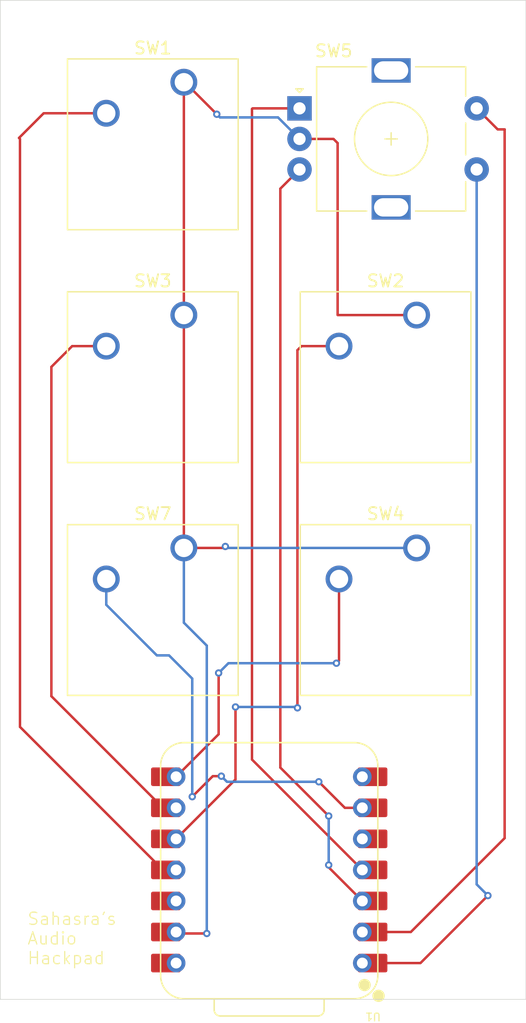
<source format=kicad_pcb>
(kicad_pcb (version 20241229) (generator "pcbnew") (generator_version "9.0")
  (layers (0 "F.Cu" signal) (2 "B.Cu" signal) (13 "F.Paste" user) (15 "B.Paste" user) (5 "F.SilkS" user "F.Silkscreen") (7 "B.SilkS" user "B.Silkscreen") (1 "F.Mask" user) (3 "B.Mask" user) (25 "Edge.Cuts" user))
  (net 0 "")
  (net 1 "GND")
  (net 2 "Net-(U1-GPIO3{slash}MOSI)")
  (net 3 "Net-(U1-GPIO4{slash}MISO)")
  (net 4 "Net-(U1-GPIO2{slash}SCK)")
  (net 5 "Net-(U1-GPIO1{slash}RX)")
  (net 6 "Net-(U1-GPIO28{slash}ADC2{slash}A2)")
  (net 7 "Net-(U1-GPIO27{slash}ADC1{slash}A1)")
  (net 8 "Net-(U1-GPIO29{slash}ADC3{slash}A3)")
  (net 9 "Net-(U1-GPIO26{slash}ADC0{slash}A0)")
  (net 10 "Net-(U1-GPIO7{slash}SCL)")
  (net 14 "+5V")
  (footprint "Button_Switch_Keyboard:SW_Cherry_MX_1.00u_PCB" (layer "F.Cu") (at 123.98375 71.12)
    (property "Reference" "SW1" (at -2.54 -2.794 0) (layer "F.SilkS"))
    (property "Value" "SW_Push")
    (fp_line (start -9.525 -1.905) (end 4.445 -1.905) (stroke (width 0.12)) (layer "F.SilkS"))
    (fp_line (start -9.525 12.065) (end -9.525 -1.905) (stroke (width 0.12)) (layer "F.SilkS"))
    (fp_line (start 4.445 -1.905) (end 4.445 12.065) (stroke (width 0.12)) (layer "F.SilkS"))
    (fp_line (start 4.445 12.065) (end -9.525 12.065) (stroke (width 0.12)) (layer "F.SilkS"))
    (pad "" np_thru_hole circle (at -7.62 5.08) (size 1.7 1.7) (drill 1.7) (layers "*.Cu" "*.Mask"))
    (pad "" np_thru_hole circle (at -2.54 5.08) (size 4 4) (drill 4) (layers "*.Cu" "*.Mask"))
    (pad "" np_thru_hole circle (at 2.54 5.08) (size 1.7 1.7) (drill 1.7) (layers "*.Cu" "*.Mask"))
    (pad "1" thru_hole circle (at 0 0) (size 2.2 2.2) (drill 1.5) (layers "*.Cu" "*.Mask") (net 1 "GND"))
    (pad "2" thru_hole circle (at -6.35 2.54) (size 2.2 2.2) (drill 1.5) (layers "*.Cu" "*.Mask") (net 2 "Net-(U1-GPIO3{slash}MOSI)"))
  )
  (footprint "Seeed Studio XIAO Series Library:XIAO-RP2040-DIP" (layer "F.Cu") (at 130.97 135.56 180)
    (property "Reference" "U1" (at -8.5 -12 180) (layer "F.SilkS") (effects (font (size 0.635 0.635) (thickness 0.1016))))
    (property "Value" "XIAO-RP2040-DIP")
    (fp_line (start 8.89 8.509) (end 8.89 -8.636) (stroke (width 0.127)) (layer "F.SilkS"))
    (fp_line (start 6.985 -10.541) (end -6.985 -10.541) (stroke (width 0.1)) (layer "F.SilkS"))
    (fp_line (start 6.985 -10.541) (end -6.985 -10.541) (stroke (width 0.127)) (layer "F.SilkS"))
    (fp_line (start 4.504 -11.451) (end 4.504 -10.541) (stroke (width 0.127)) (layer "F.SilkS"))
    (fp_line (start -3.991272 -11.951) (end 4.004 -11.951) (stroke (width 0.127)) (layer "F.SilkS"))
    (fp_line (start -4.495 -10.541) (end -4.491272 -11.451272) (stroke (width 0.127)) (layer "F.SilkS"))
    (fp_line (start -6.985 10.414) (end 6.985 10.414) (stroke (width 0.127)) (layer "F.SilkS"))
    (fp_line (start -8.89 8.509) (end -8.89 -8.636) (stroke (width 0.127)) (layer "F.SilkS"))
    (fp_arc (start 8.89 8.509) (mid 8.332038 9.856038) (end 6.985 10.414) (stroke (width 0.127)) (layer "F.SilkS"))
    (fp_arc (start 6.985 -10.541) (mid 8.332038 -9.983038) (end 8.89 -8.636) (stroke (width 0.127)) (layer "F.SilkS"))
    (fp_arc (start 4.004 -11.951) (mid 4.357553 -11.804553) (end 4.504 -11.451) (stroke (width 0.127)) (layer "F.SilkS"))
    (fp_arc (start -4.491272 -11.451272) (mid -4.344728 -11.80464) (end -3.991272 -11.951) (stroke (width 0.127)) (layer "F.SilkS"))
    (fp_arc (start -6.985 10.414) (mid -8.332038 9.856038) (end -8.89 8.509) (stroke (width 0.127)) (layer "F.SilkS"))
    (fp_arc (start -8.89 -8.636) (mid -8.332038 -9.983038) (end -6.985 -10.541) (stroke (width 0.127)) (layer "F.SilkS"))
    (fp_circle (center -7.807 -9.42) (end -7.807 -9.674) (stroke (width 0.5)) (fill yes) (layer "F.SilkS"))
    (fp_circle (center -8.95 -10.3) (end -8.95 -10.554) (stroke (width 0.5)) (fill yes) (layer "F.SilkS"))
    (pad "1" smd roundrect (at -8.455 -7.62) (size 2.432 1.524) (layers "F.Cu" "F.Mask") (roundrect_rratio 0.1) (net 9 "Net-(U1-GPIO26{slash}ADC0{slash}A0)"))
    (pad "1" thru_hole circle (at -7.62 -7.62) (size 1.524 1.524) (drill 0.889) (layers "*.Cu" "*.Mask") (net 9 "Net-(U1-GPIO26{slash}ADC0{slash}A0)"))
    (pad "2" smd roundrect (at -8.455 -5.08) (size 2.432 1.524) (layers "F.Cu" "F.Mask") (roundrect_rratio 0.1) (net 7 "Net-(U1-GPIO27{slash}ADC1{slash}A1)"))
    (pad "2" thru_hole circle (at -7.62 -5.08) (size 1.524 1.524) (drill 0.889) (layers "*.Cu" "*.Mask") (net 7 "Net-(U1-GPIO27{slash}ADC1{slash}A1)"))
    (pad "3" smd roundrect (at -8.455 -2.54) (size 2.432 1.524) (layers "F.Cu" "F.Mask") (roundrect_rratio 0.1) (net 6 "Net-(U1-GPIO28{slash}ADC2{slash}A2)"))
    (pad "3" thru_hole circle (at -7.62 -2.54) (size 1.524 1.524) (drill 0.889) (layers "*.Cu" "*.Mask") (net 6 "Net-(U1-GPIO28{slash}ADC2{slash}A2)"))
    (pad "4" smd roundrect (at -8.455 0) (size 2.432 1.524) (layers "F.Cu" "F.Mask") (roundrect_rratio 0.1) (net 8 "Net-(U1-GPIO29{slash}ADC3{slash}A3)"))
    (pad "4" thru_hole circle (at -7.62 0) (size 1.524 1.524) (drill 0.889) (layers "*.Cu" "*.Mask") (net 8 "Net-(U1-GPIO29{slash}ADC3{slash}A3)"))
    (pad "5" smd roundrect (at -8.455 2.54) (size 2.432 1.524) (layers "F.Cu" "F.Mask") (roundrect_rratio 0.1))
    (pad "5" thru_hole circle (at -7.62 2.54) (size 1.524 1.524) (drill 0.889) (layers "*.Cu" "*.Mask"))
    (pad "6" smd roundrect (at -8.455 5.08) (size 2.432 1.524) (layers "F.Cu" "F.Mask") (roundrect_rratio 0.1) (net 10 "Net-(U1-GPIO7{slash}SCL)"))
    (pad "6" thru_hole circle (at -7.62 5.08) (size 1.524 1.524) (drill 0.889) (layers "*.Cu" "*.Mask") (net 10 "Net-(U1-GPIO7{slash}SCL)"))
    (pad "7" smd roundrect (at -8.455 7.62) (size 2.432 1.524) (layers "F.Cu" "F.Mask") (roundrect_rratio 0.1))
    (pad "7" thru_hole circle (at -7.62 7.62) (size 1.524 1.524) (drill 0.889) (layers "*.Cu" "*.Mask"))
    (pad "8" thru_hole circle (at 7.62 7.62 180) (size 1.524 1.524) (drill 0.889) (layers "*.Cu" "*.Mask") (net 5 "Net-(U1-GPIO1{slash}RX)"))
    (pad "8" smd roundrect (at 8.455 7.62 180) (size 2.432 1.524) (layers "F.Cu" "F.Mask") (roundrect_rratio 0.1) (net 5 "Net-(U1-GPIO1{slash}RX)"))
    (pad "9" thru_hole circle (at 7.62 5.08 180) (size 1.524 1.524) (drill 0.889) (layers "*.Cu" "*.Mask") (net 4 "Net-(U1-GPIO2{slash}SCK)"))
    (pad "9" smd roundrect (at 8.455 5.08 180) (size 2.432 1.524) (layers "F.Cu" "F.Mask") (roundrect_rratio 0.1) (net 4 "Net-(U1-GPIO2{slash}SCK)"))
    (pad "10" thru_hole circle (at 7.62 2.54 180) (size 1.524 1.524) (drill 0.889) (layers "*.Cu" "*.Mask") (net 3 "Net-(U1-GPIO4{slash}MISO)"))
    (pad "10" smd roundrect (at 8.455 2.54 180) (size 2.432 1.524) (layers "F.Cu" "F.Mask") (roundrect_rratio 0.1) (net 3 "Net-(U1-GPIO4{slash}MISO)"))
    (pad "11" thru_hole circle (at 7.62 0 180) (size 1.524 1.524) (drill 0.889) (layers "*.Cu" "*.Mask") (net 2 "Net-(U1-GPIO3{slash}MOSI)"))
    (pad "11" smd roundrect (at 8.455 0 180) (size 2.432 1.524) (layers "F.Cu" "F.Mask") (roundrect_rratio 0.1) (net 2 "Net-(U1-GPIO3{slash}MOSI)"))
    (pad "12" thru_hole circle (at 7.62 -2.54 180) (size 1.524 1.524) (drill 0.889) (layers "*.Cu" "*.Mask"))
    (pad "12" smd roundrect (at 8.455 -2.54 180) (size 2.432 1.524) (layers "F.Cu" "F.Mask") (roundrect_rratio 0.1))
    (pad "13" thru_hole circle (at 7.62 -5.08 180) (size 1.524 1.524) (drill 0.889) (layers "*.Cu" "*.Mask") (net 1 "GND"))
    (pad "13" smd roundrect (at 8.455 -5.08 180) (size 2.432 1.524) (layers "F.Cu" "F.Mask") (roundrect_rratio 0.1) (net 1 "GND"))
    (pad "14" thru_hole circle (at 7.62 -7.62 180) (size 1.524 1.524) (drill 0.889) (layers "*.Cu" "*.Mask") (net 14 "+5V"))
    (pad "14" smd roundrect (at 8.455 -7.62 180) (size 2.432 1.524) (layers "F.Cu" "F.Mask") (roundrect_rratio 0.1) (net 14 "+5V"))
  )
  (footprint "Button_Switch_Keyboard:SW_Cherry_MX_1.00u_PCB" (layer "F.Cu") (at 123.98375 109.22)
    (property "Reference" "SW7" (at -2.54 -2.794 0) (layer "F.SilkS"))
    (property "Value" "SW_Push")
    (fp_line (start -9.525 -1.905) (end 4.445 -1.905) (stroke (width 0.12)) (layer "F.SilkS"))
    (fp_line (start -9.525 12.065) (end -9.525 -1.905) (stroke (width 0.12)) (layer "F.SilkS"))
    (fp_line (start 4.445 -1.905) (end 4.445 12.065) (stroke (width 0.12)) (layer "F.SilkS"))
    (fp_line (start 4.445 12.065) (end -9.525 12.065) (stroke (width 0.12)) (layer "F.SilkS"))
    (pad "" np_thru_hole circle (at -7.62 5.08) (size 1.7 1.7) (drill 1.7) (layers "*.Cu" "*.Mask"))
    (pad "" np_thru_hole circle (at -2.54 5.08) (size 4 4) (drill 4) (layers "*.Cu" "*.Mask"))
    (pad "" np_thru_hole circle (at 2.54 5.08) (size 1.7 1.7) (drill 1.7) (layers "*.Cu" "*.Mask"))
    (pad "1" thru_hole circle (at 0 0) (size 2.2 2.2) (drill 1.5) (layers "*.Cu" "*.Mask") (net 1 "GND"))
    (pad "2" thru_hole circle (at -6.35 2.54) (size 2.2 2.2) (drill 1.5) (layers "*.Cu" "*.Mask") (net 10 "Net-(U1-GPIO7{slash}SCL)"))
  )
  (footprint "Button_Switch_Keyboard:SW_Cherry_MX_1.00u_PCB" (layer "F.Cu") (at 143.03375 109.22)
    (property "Reference" "SW4" (at -2.54 -2.794 0) (layer "F.SilkS"))
    (property "Value" "SW_Push")
    (fp_line (start -9.525 -1.905) (end 4.445 -1.905) (stroke (width 0.12)) (layer "F.SilkS"))
    (fp_line (start -9.525 12.065) (end -9.525 -1.905) (stroke (width 0.12)) (layer "F.SilkS"))
    (fp_line (start 4.445 -1.905) (end 4.445 12.065) (stroke (width 0.12)) (layer "F.SilkS"))
    (fp_line (start 4.445 12.065) (end -9.525 12.065) (stroke (width 0.12)) (layer "F.SilkS"))
    (pad "" np_thru_hole circle (at -7.62 5.08) (size 1.7 1.7) (drill 1.7) (layers "*.Cu" "*.Mask"))
    (pad "" np_thru_hole circle (at -2.54 5.08) (size 4 4) (drill 4) (layers "*.Cu" "*.Mask"))
    (pad "" np_thru_hole circle (at 2.54 5.08) (size 1.7 1.7) (drill 1.7) (layers "*.Cu" "*.Mask"))
    (pad "1" thru_hole circle (at 0 0) (size 2.2 2.2) (drill 1.5) (layers "*.Cu" "*.Mask") (net 1 "GND"))
    (pad "2" thru_hole circle (at -6.35 2.54) (size 2.2 2.2) (drill 1.5) (layers "*.Cu" "*.Mask") (net 5 "Net-(U1-GPIO1{slash}RX)"))
  )
  (footprint "Button_Switch_Keyboard:SW_Cherry_MX_1.00u_PCB" (layer "F.Cu") (at 123.98375 90.17)
    (property "Reference" "SW3" (at -2.54 -2.794 0) (layer "F.SilkS"))
    (property "Value" "SW_Push")
    (fp_line (start -9.525 -1.905) (end 4.445 -1.905) (stroke (width 0.12)) (layer "F.SilkS"))
    (fp_line (start -9.525 12.065) (end -9.525 -1.905) (stroke (width 0.12)) (layer "F.SilkS"))
    (fp_line (start 4.445 -1.905) (end 4.445 12.065) (stroke (width 0.12)) (layer "F.SilkS"))
    (fp_line (start 4.445 12.065) (end -9.525 12.065) (stroke (width 0.12)) (layer "F.SilkS"))
    (pad "" np_thru_hole circle (at -7.62 5.08) (size 1.7 1.7) (drill 1.7) (layers "*.Cu" "*.Mask"))
    (pad "" np_thru_hole circle (at -2.54 5.08) (size 4 4) (drill 4) (layers "*.Cu" "*.Mask"))
    (pad "" np_thru_hole circle (at 2.54 5.08) (size 1.7 1.7) (drill 1.7) (layers "*.Cu" "*.Mask"))
    (pad "1" thru_hole circle (at 0 0) (size 2.2 2.2) (drill 1.5) (layers "*.Cu" "*.Mask") (net 1 "GND"))
    (pad "2" thru_hole circle (at -6.35 2.54) (size 2.2 2.2) (drill 1.5) (layers "*.Cu" "*.Mask") (net 4 "Net-(U1-GPIO2{slash}SCK)"))
  )
  (footprint "Rotary_Encoder:RotaryEncoder_Alps_EC11E-Switch_Vertical_H20mm" (layer "F.Cu") (at 133.45 73.26)
    (property "Reference" "SW5" (at 2.8 -4.7 0) (layer "F.SilkS"))
    (property "Value" "RotaryEncoder_Switch")
    (fp_line (start -0.3 -1.6) (end 0.3 -1.6) (stroke (width 0.12)) (layer "F.SilkS"))
    (fp_line (start 0 -1.3) (end -0.3 -1.6) (stroke (width 0.12)) (layer "F.SilkS"))
    (fp_line (start 0.3 -1.6) (end 0 -1.3) (stroke (width 0.12)) (layer "F.SilkS"))
    (fp_line (start 1.4 -3.4) (end 1.4 8.4) (stroke (width 0.12)) (layer "F.SilkS"))
    (fp_line (start 5.5 -3.4) (end 1.4 -3.4) (stroke (width 0.12)) (layer "F.SilkS"))
    (fp_line (start 5.5 8.4) (end 1.4 8.4) (stroke (width 0.12)) (layer "F.SilkS"))
    (fp_line (start 7 2.5) (end 8 2.5) (stroke (width 0.12)) (layer "F.SilkS"))
    (fp_line (start 7.5 2) (end 7.5 3) (stroke (width 0.12)) (layer "F.SilkS"))
    (fp_line (start 9.5 -3.4) (end 13.6 -3.4) (stroke (width 0.12)) (layer "F.SilkS"))
    (fp_line (start 13.6 -3.4) (end 13.6 -1) (stroke (width 0.12)) (layer "F.SilkS"))
    (fp_line (start 13.6 1.2) (end 13.6 3.8) (stroke (width 0.12)) (layer "F.SilkS"))
    (fp_line (start 13.6 6) (end 13.6 8.4) (stroke (width 0.12)) (layer "F.SilkS"))
    (fp_line (start 13.6 8.4) (end 9.5 8.4) (stroke (width 0.12)) (layer "F.SilkS"))
    (fp_circle (center 7.5 2.5) (end 10.5 2.5) (stroke (width 0.12)) (fill no) (layer "F.SilkS"))
    (pad "A" thru_hole rect (at 0 0) (size 2 2) (drill 1) (layers "*.Cu" "*.Mask") (net 8 "Net-(U1-GPIO29{slash}ADC3{slash}A3)"))
    (pad "B" thru_hole circle (at 0 5) (size 2 2) (drill 1) (layers "*.Cu" "*.Mask") (net 6 "Net-(U1-GPIO28{slash}ADC2{slash}A2)"))
    (pad "C" thru_hole circle (at 0 2.5) (size 2 2) (drill 1) (layers "*.Cu" "*.Mask") (net 1 "GND"))
    (pad "MP" thru_hole rect (at 7.5 -3.1) (size 3.2 2) (drill oval 2.8 1.5) (layers "*.Cu" "*.Mask"))
    (pad "MP" thru_hole rect (at 7.5 8.1) (size 3.2 2) (drill oval 2.8 1.5) (layers "*.Cu" "*.Mask"))
    (pad "S1" thru_hole circle (at 14.5 5) (size 2 2) (drill 1) (layers "*.Cu" "*.Mask") (net 9 "Net-(U1-GPIO26{slash}ADC0{slash}A0)"))
    (pad "S2" thru_hole circle (at 14.5 0) (size 2 2) (drill 1) (layers "*.Cu" "*.Mask") (net 7 "Net-(U1-GPIO27{slash}ADC1{slash}A1)"))
  )
  (footprint "Button_Switch_Keyboard:SW_Cherry_MX_1.00u_PCB" (layer "F.Cu") (at 143.03375 90.17)
    (property "Reference" "SW2" (at -2.54 -2.794 0) (layer "F.SilkS"))
    (property "Value" "SW_Push")
    (fp_line (start -9.525 -1.905) (end 4.445 -1.905) (stroke (width 0.12)) (layer "F.SilkS"))
    (fp_line (start -9.525 12.065) (end -9.525 -1.905) (stroke (width 0.12)) (layer "F.SilkS"))
    (fp_line (start 4.445 -1.905) (end 4.445 12.065) (stroke (width 0.12)) (layer "F.SilkS"))
    (fp_line (start 4.445 12.065) (end -9.525 12.065) (stroke (width 0.12)) (layer "F.SilkS"))
    (pad "" np_thru_hole circle (at -7.62 5.08) (size 1.7 1.7) (drill 1.7) (layers "*.Cu" "*.Mask"))
    (pad "" np_thru_hole circle (at -2.54 5.08) (size 4 4) (drill 4) (layers "*.Cu" "*.Mask"))
    (pad "" np_thru_hole circle (at 2.54 5.08) (size 1.7 1.7) (drill 1.7) (layers "*.Cu" "*.Mask"))
    (pad "1" thru_hole circle (at 0 0) (size 2.2 2.2) (drill 1.5) (layers "*.Cu" "*.Mask") (net 1 "GND"))
    (pad "2" thru_hole circle (at -6.35 2.54) (size 2.2 2.2) (drill 1.5) (layers "*.Cu" "*.Mask") (net 3 "Net-(U1-GPIO4{slash}MISO)"))
  )
  (gr_rect (start 108.96 64.42) (end 151.98 146.15) (stroke (width 0.05)) (fill no) (layer "Edge.Cuts"))
  (gr_text "Sahasra's \nAudio \nHackpad" (at 111.12 143.36 0) (layer "F.SilkS") (effects (font (size 1 1) (thickness 0.1)) (justify left bottom)))
  (segment (start 124.06 71.12) (end 126.68 73.74) (width 0.2) (layer "F.Cu") (net 1))
  (segment (start 123.98375 109.22) (end 123.98375 90.17) (width 0.2) (layer "F.Cu") (net 1))
  (segment (start 123.86 89.92) (end 123.98375 89.79625) (width 0.2) (layer "F.Cu") (net 1))
  (segment (start 123.98375 90.04375) (end 123.86 89.92) (width 0.2) (layer "F.Cu") (net 1))
  (segment (start 136.23 75.76) (end 136.57 76.1) (width 0.2) (layer "F.Cu") (net 1))
  (segment (start 123.98375 109.22) (end 127.26 109.22) (width 0.2) (layer "F.Cu") (net 1))
  (segment (start 123.35 140.64) (end 123.47 140.76) (width 0.2) (layer "F.Cu") (net 1))
  (segment (start 123.98375 71.12) (end 124.06 71.12) (width 0.2) (layer "F.Cu") (net 1))
  (segment (start 123.98375 89.79625) (end 123.98375 71.12) (width 0.2) (layer "F.Cu") (net 1))
  (segment (start 127.26 109.22) (end 127.38 109.1) (width 0.2) (layer "F.Cu") (net 1))
  (segment (start 123.47 140.76) (end 125.86 140.76) (width 0.2) (layer "F.Cu") (net 1))
  (segment (start 136.58 90.17) (end 143.03375 90.17) (width 0.2) (layer "F.Cu") (net 1))
  (segment (start 133.45 75.76) (end 136.23 75.76) (width 0.2) (layer "F.Cu") (net 1))
  (segment (start 123.98375 90.17) (end 123.98375 90.04375) (width 0.2) (layer "F.Cu") (net 1))
  (segment (start 136.57 76.1) (end 136.57 90.16) (width 0.2) (layer "F.Cu") (net 1))
  (segment (start 136.57 90.16) (end 136.58 90.17) (width 0.2) (layer "F.Cu") (net 1))
  (via (at 125.86 140.76) (size 0.6) (drill 0.3) (layers "F.Cu" "B.Cu") (net 1))
  (via (at 127.38 109.1) (size 0.6) (drill 0.3) (layers "F.Cu" "B.Cu") (net 1))
  (via (at 126.68 73.74) (size 0.6) (drill 0.3) (layers "F.Cu" "B.Cu") (net 1))
  (segment (start 125.86 140.76) (end 125.86 117.21) (width 0.2) (layer "B.Cu") (net 1))
  (segment (start 127.5 109.22) (end 143.03375 109.22) (width 0.2) (layer "B.Cu") (net 1))
  (segment (start 126.94 74) (end 131.69 74) (width 0.2) (layer "B.Cu") (net 1))
  (segment (start 123.98375 115.33375) (end 123.98375 109.22) (width 0.2) (layer "B.Cu") (net 1))
  (segment (start 131.69 74) (end 133.45 75.76) (width 0.2) (layer "B.Cu") (net 1))
  (segment (start 126.68 73.74) (end 126.94 74) (width 0.2) (layer "B.Cu") (net 1))
  (segment (start 127.38 109.1) (end 127.5 109.22) (width 0.2) (layer "B.Cu") (net 1))
  (segment (start 125.86 117.21) (end 123.98375 115.33375) (width 0.2) (layer "B.Cu") (net 1))
  (segment (start 112.51 73.66) (end 117.63375 73.66) (width 0.2) (layer "F.Cu") (net 2))
  (segment (start 123.35 135.56) (end 122.27237 135.56) (width 0.2) (layer "F.Cu") (net 2))
  (segment (start 110.57 123.85763) (end 110.57 75.76) (width 0.2) (layer "F.Cu") (net 2))
  (segment (start 110.49 75.68) (end 112.51 73.66) (width 0.2) (layer "F.Cu") (net 2))
  (segment (start 110.57 75.76) (end 110.49 75.68) (width 0.2) (layer "F.Cu") (net 2))
  (segment (start 122.27237 135.56) (end 110.57 123.85763) (width 0.2) (layer "F.Cu") (net 2))
  (segment (start 133.28 122.3) (end 133.28 93.04) (width 0.2) (layer "F.Cu") (net 3))
  (segment (start 133.61 92.71) (end 136.68375 92.71) (width 0.2) (layer "F.Cu") (net 3))
  (segment (start 123.35 133.02) (end 128.21 128.16) (width 0.2) (layer "F.Cu") (net 3))
  (segment (start 128.21 128.16) (end 128.21 122.23) (width 0.2) (layer "F.Cu") (net 3))
  (segment (start 133.28 93.04) (end 133.61 92.71) (width 0.2) (layer "F.Cu") (net 3))
  (via (at 128.21 122.23) (size 0.6) (drill 0.3) (layers "F.Cu" "B.Cu") (net 3))
  (via (at 133.28 122.3) (size 0.6) (drill 0.3) (layers "F.Cu" "B.Cu") (net 3))
  (segment (start 128.21 122.23) (end 133.21 122.23) (width 0.2) (layer "B.Cu") (net 3))
  (segment (start 133.21 122.23) (end 133.28 122.3) (width 0.2) (layer "B.Cu") (net 3))
  (segment (start 122.27237 130.48) (end 113.14 121.34763) (width 0.2) (layer "F.Cu") (net 4))
  (segment (start 114.84 92.71) (end 117.63375 92.71) (width 0.2) (layer "F.Cu") (net 4))
  (segment (start 113.14 121.34763) (end 113.14 94.41) (width 0.2) (layer "F.Cu") (net 4))
  (segment (start 113.14 94.41) (end 114.84 92.71) (width 0.2) (layer "F.Cu") (net 4))
  (segment (start 123.35 130.48) (end 122.27237 130.48) (width 0.2) (layer "F.Cu") (net 4))
  (segment (start 136.68375 118.43625) (end 136.68375 111.76) (width 0.2) (layer "F.Cu") (net 5))
  (segment (start 123.35 127.94) (end 126.83 124.46) (width 0.2) (layer "F.Cu") (net 5))
  (segment (start 126.83 124.46) (end 126.83 119.45) (width 0.2) (layer "F.Cu") (net 5))
  (segment (start 136.47 118.65) (end 136.68375 118.43625) (width 0.2) (layer "F.Cu") (net 5))
  (via (at 126.83 119.45) (size 0.6) (drill 0.3) (layers "F.Cu" "B.Cu") (net 5))
  (via (at 136.47 118.65) (size 0.6) (drill 0.3) (layers "F.Cu" "B.Cu") (net 5))
  (segment (start 127.63 118.65) (end 136.47 118.65) (width 0.2) (layer "B.Cu") (net 5))
  (segment (start 126.83 119.45) (end 127.63 118.65) (width 0.2) (layer "B.Cu") (net 5))
  (segment (start 131.88 127.19) (end 131.88 79.83) (width 0.2) (layer "F.Cu") (net 6))
  (segment (start 135.84 131.15) (end 131.88 127.19) (width 0.2) (layer "F.Cu") (net 6))
  (segment (start 135.84 135.35) (end 135.84 135.16) (width 0.2) (layer "F.Cu") (net 6))
  (segment (start 138.59 138.1) (end 135.84 135.35) (width 0.2) (layer "F.Cu") (net 6))
  (segment (start 131.88 79.83) (end 133.45 78.26) (width 0.2) (layer "F.Cu") (net 6))
  (via (at 135.84 131.15) (size 0.6) (drill 0.3) (layers "F.Cu" "B.Cu") (net 6))
  (via (at 135.84 135.16) (size 0.6) (drill 0.3) (layers "F.Cu" "B.Cu") (net 6))
  (segment (start 135.84 135.16) (end 135.84 131.15) (width 0.2) (layer "B.Cu") (net 6))
  (segment (start 150.24 132.96) (end 150.24 74.98) (width 0.2) (layer "F.Cu") (net 7))
  (segment (start 142.56 140.64) (end 150.24 132.96) (width 0.2) (layer "F.Cu") (net 7))
  (segment (start 149.67 74.98) (end 147.95 73.26) (width 0.2) (layer "F.Cu") (net 7))
  (segment (start 150.24 74.98) (end 149.67 74.98) (width 0.2) (layer "F.Cu") (net 7))
  (segment (start 138.59 140.64) (end 142.56 140.64) (width 0.2) (layer "F.Cu") (net 7))
  (segment (start 138.59 135.56) (end 129.56 126.53) (width 0.2) (layer "F.Cu") (net 8))
  (segment (start 129.56 126.53) (end 129.56 73.31) (width 0.2) (layer "F.Cu") (net 8))
  (segment (start 129.61 73.26) (end 133.45 73.26) (width 0.2) (layer "F.Cu") (net 8))
  (segment (start 129.56 73.31) (end 129.61 73.26) (width 0.2) (layer "F.Cu") (net 8))
  (segment (start 143.35 143.18) (end 148.87 137.66) (width 0.2) (layer "F.Cu") (net 9))
  (segment (start 138.59 143.18) (end 143.35 143.18) (width 0.2) (layer "F.Cu") (net 9))
  (via (at 148.87 137.66) (size 0.6) (drill 0.3) (layers "F.Cu" "B.Cu") (net 9))
  (segment (start 147.95 136.74) (end 147.95 78.26) (width 0.2) (layer "B.Cu") (net 9))
  (segment (start 148.87 137.66) (end 147.95 136.74) (width 0.2) (layer "B.Cu") (net 9))
  (segment (start 127.05 127.89) (end 126.35 127.89) (width 0.2) (layer "F.Cu") (net 10))
  (segment (start 137.16 130.48) (end 135.03 128.35) (width 0.2) (layer "F.Cu") (net 10))
  (segment (start 138.59 130.48) (end 137.16 130.48) (width 0.2) (layer "F.Cu") (net 10))
  (segment (start 126.35 127.89) (end 124.67 129.57) (width 0.2) (layer "F.Cu") (net 10))
  (via (at 124.67 129.57) (size 0.6) (drill 0.3) (layers "F.Cu" "B.Cu") (net 10))
  (via (at 135.03 128.35) (size 0.6) (drill 0.3) (layers "F.Cu" "B.Cu") (net 10))
  (via (at 127.05 127.89) (size 0.6) (drill 0.3) (layers "F.Cu" "B.Cu") (net 10))
  (segment (start 117.63375 113.87153) (end 117.63375 111.76) (width 0.2) (layer "B.Cu") (net 10))
  (segment (start 121.77222 118.01) (end 117.63375 113.87153) (width 0.2) (layer "B.Cu") (net 10))
  (segment (start 124.67 119.91) (end 122.77 118.01) (width 0.2) (layer "B.Cu") (net 10))
  (segment (start 122.77 118.01) (end 121.77222 118.01) (width 0.2) (layer "B.Cu") (net 10))
  (segment (start 135.03 128.35) (end 127.51 128.35) (width 0.2) (layer "B.Cu") (net 10))
  (segment (start 124.67 129.57) (end 124.67 119.91) (width 0.2) (layer "B.Cu") (net 10))
  (segment (start 127.51 128.35) (end 127.05 127.89) (width 0.2) (layer "B.Cu") (net 10))
)
</source>
